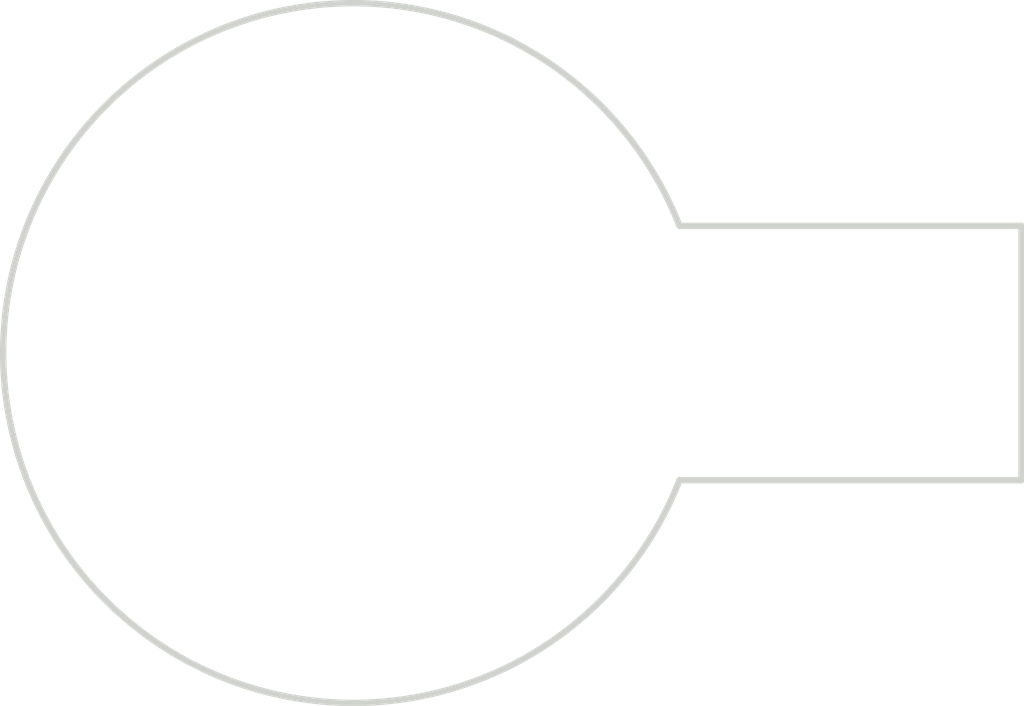
<source format=kicad_pcb>
(kicad_pcb (version 20171130) (host pcbnew "(5.0.0-rc2-dev-683-gc8f4e1051)")

  (general
    (thickness 1.6)
    (drawings 4)
    (tracks 0)
    (zones 0)
    (modules 0)
    (nets 1)
  )

  (page A4)
  (layers
    (0 F.Cu signal)
    (31 B.Cu signal)
    (32 B.Adhes user)
    (33 F.Adhes user)
    (34 B.Paste user)
    (35 F.Paste user)
    (36 B.SilkS user)
    (37 F.SilkS user)
    (38 B.Mask user)
    (39 F.Mask user)
    (40 Dwgs.User user)
    (41 Cmts.User user)
    (42 Eco1.User user)
    (43 Eco2.User user)
    (44 Edge.Cuts user)
    (45 Margin user)
    (46 B.CrtYd user)
    (47 F.CrtYd user)
    (48 B.Fab user)
    (49 F.Fab user)
  )

  (setup
    (last_trace_width 0.25)
    (trace_clearance 0.2)
    (zone_clearance 0.508)
    (zone_45_only no)
    (trace_min 0.2)
    (segment_width 0.2)
    (edge_width 0.2)
    (via_size 0.8)
    (via_drill 0.4)
    (via_min_size 0.4)
    (via_min_drill 0.3)
    (uvia_size 0.3)
    (uvia_drill 0.1)
    (uvias_allowed no)
    (uvia_min_size 0.2)
    (uvia_min_drill 0.1)
    (pcb_text_width 0.3)
    (pcb_text_size 1.5 1.5)
    (mod_edge_width 0.15)
    (mod_text_size 1 1)
    (mod_text_width 0.15)
    (pad_size 1.524 1.524)
    (pad_drill 0.762)
    (pad_to_mask_clearance 0.2)
    (aux_axis_origin 0 0)
    (visible_elements FFFFFF7F)
    (pcbplotparams
      (layerselection 0x010fc_ffffffff)
      (usegerberextensions false)
      (usegerberattributes false)
      (usegerberadvancedattributes false)
      (creategerberjobfile false)
      (excludeedgelayer true)
      (linewidth 0.150000)
      (plotframeref false)
      (viasonmask false)
      (mode 1)
      (useauxorigin false)
      (hpglpennumber 1)
      (hpglpenspeed 20)
      (hpglpendiameter 15)
      (psnegative false)
      (psa4output false)
      (plotreference true)
      (plotvalue true)
      (plotinvisibletext false)
      (padsonsilk false)
      (subtractmaskfromsilk false)
      (outputformat 1)
      (mirror false)
      (drillshape 1)
      (scaleselection 1)
      (outputdirectory ""))
  )

  (net 0 "")

  (net_class Default "This is the default net class."
    (clearance 0.2)
    (trace_width 0.25)
    (via_dia 0.8)
    (via_drill 0.4)
    (uvia_dia 0.3)
    (uvia_drill 0.1)
  )

  (gr_line (start 21 4) (end 10.25 4) (layer Edge.Cuts) (width 0.2))
  (gr_line (start 21 -4) (end 21 4) (layer Edge.Cuts) (width 0.2))
  (gr_line (start 10.25 -4) (end 21 -4) (layer Edge.Cuts) (width 0.2))
  (gr_arc (start 0 0) (end 10.25 -4) (angle -317.4) (layer Edge.Cuts) (width 0.2))

)

</source>
